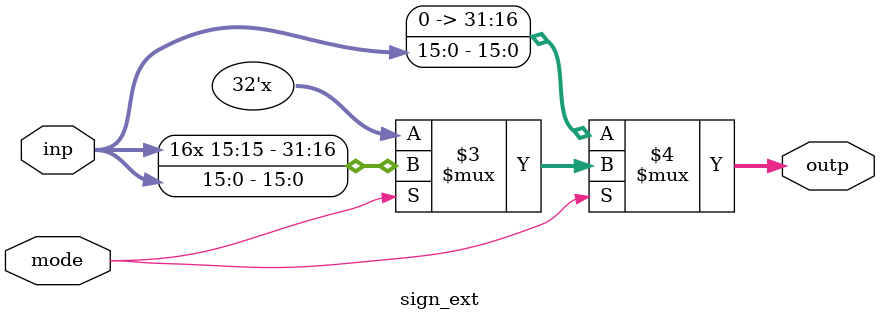
<source format=v>
module sign_ext (inp, outp, mode);
    input [15:0] inp;
    input mode;
    output [31:0] outp;

    assign outp = (mode == 1'b0) ? {16'd0, inp} : ((mode == 1'b1) ? {{16{inp[15]}}, inp} : 32'bx);
endmodule
</source>
